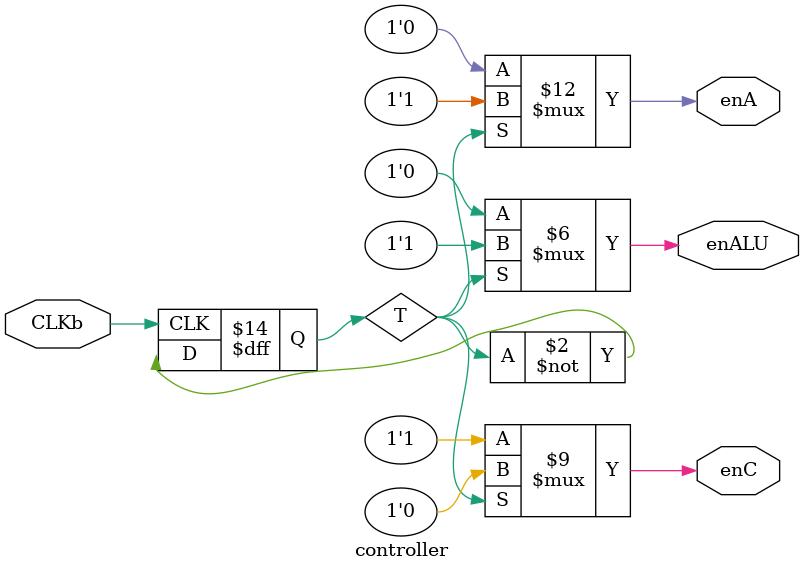
<source format=sv>
module controller(
	input logic CLKb,
	output logic enA, enC, enALU
);

/*
* create a sequential controller
* 	need a counter to keep track of current step (sequential logic!) - always_ff
*	need a combinational logic circuit to assign outputs based on current step - always_comb
*/


	always_ff @(posedge CLKb)
		begin
			T <= ~T;
		end
		
	always_comb
		begin
			if (T == 1)
				begin
				enA = 1;
				enC = 0;
				enALU = 1;
				end
			else
				begin
				enA = 0;
				enC = 1;
				enALU = 0;
				end
		end



// // Define the current and next state variables as 2-bit logic vectors
// logic [1:0] current_state; 
// logic [1:0] next_state;

// // Sequential logic block triggered on the negative edge of the CLKb signal
// always_ff@(negedge(CLKb))
// begin
// 	current_state <= next_state;	// Update the current state with the next state
// end

// // Combinational logic block
// always_comb
// begin
// 	case(current_state)	// Determine the next state based on the current state
	
// 		// State 00: Get operation
// 		2'b00 : begin
// 			enALU = 1'b1; // Enable the ALU

// 			enA = 1'b0;	//disable A by setting it to 0
// 			enC = 1'b0;	//disable C	like we did with A
			
// 			next_state = 2'b01; // Move to the next state
// 		end
		
// 		// State 01: Get A input
// 		2'b01 : begin
// 			// Disable the ALU, enable A, disable C
// 			enALU = 1'b0;
// 			enA = 1'b1;
// 			enC = 1'b0;
// 			// Move to the next state
// 			next_state = 2'b10;
// 		end
		
// 		// State 10: Store result
// 		2'b10 : begin
// 			// Disable the ALU, disable A, enable C
// 			enALU = 1'b0;
// 			enA = 1'b0;
// 			enC = 1'b1;
// 			// Move to the next state
// 			next_state = 2'b00;
// 		end
		
// 		// Default state
// 		default: begin
// 			// Reset to state 00 and disable all signals
// 			next_state = 2'b00;
// 			enALU = 1'b0;
// 			enA = 1'b0;
// 			enC = 1'b0;
// 		end
// 	endcase
// end

endmodule
</source>
